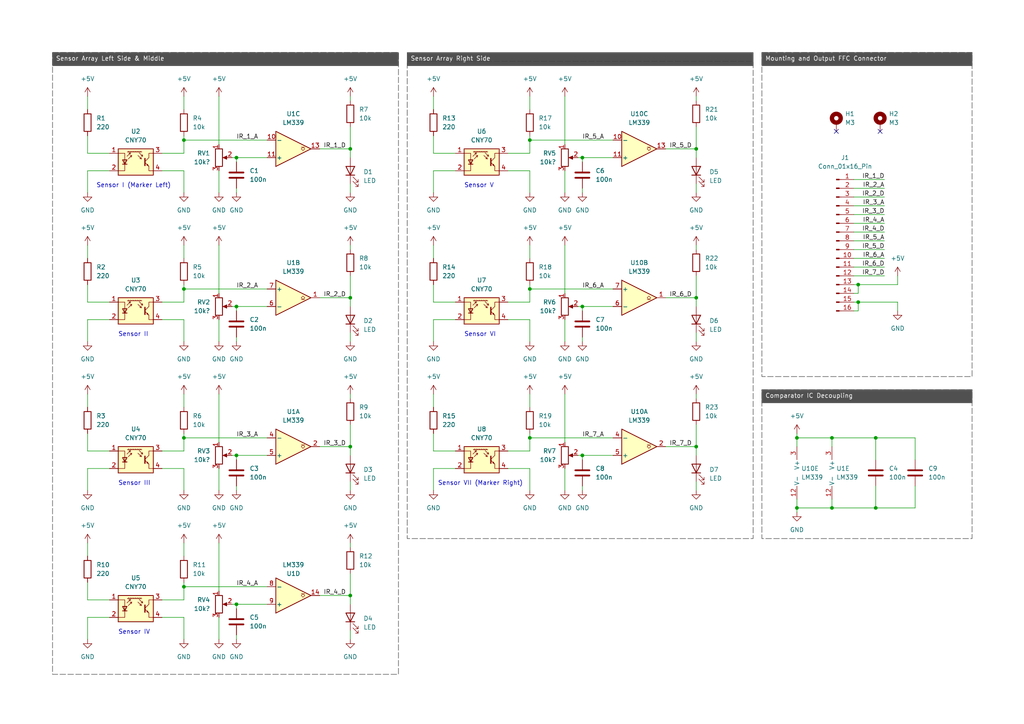
<source format=kicad_sch>
(kicad_sch (version 20230121) (generator eeschema)
  (paper "A4")
  (lib_symbols
    (symbol "Comparator:LM339" (pin_names (offset 0.127))
      (property "Reference" "U" (at 0 5.08 0))
      (property "Value" "LM339" (at 0 -5.08 0))
      (symbol "LM339_1_1"
        (pin open_collector line (at 7.62 0 180) (length 2.54) (name "~") (number "2"))
        (pin input line (at -7.62 -2.54 0) (length 2.54) (name "-") (number "4"))
        (pin input line (at -7.62 2.54 0) (length 2.54) (name "+") (number "5"))
      )
      (symbol "LM339_2_1"
        (pin open_collector line (at 7.62 0 180) (length 2.54) (name "~") (number "1"))
        (pin input line (at -7.62 -2.54 0) (length 2.54) (name "-") (number "6"))
        (pin input line (at -7.62 2.54 0) (length 2.54) (name "+") (number "7"))
      )
      (symbol "LM339_3_1"
        (pin input line (at -7.62 -2.54 0) (length 2.54) (name "-") (number "10"))
        (pin input line (at -7.62 2.54 0) (length 2.54) (name "+") (number "11"))
        (pin open_collector line (at 7.62 0 180) (length 2.54) (name "~") (number "13"))
      )
      (symbol "LM339_4_1"
        (pin open_collector line (at 7.62 0 180) (length 2.54) (name "~") (number "14"))
        (pin input line (at -7.62 -2.54 0) (length 2.54) (name "-") (number "8"))
        (pin input line (at -7.62 2.54 0) (length 2.54) (name "+") (number "9"))
      )
      (symbol "LM339_5_1"
        (pin power_in line (at -2.54 -7.62 90) (length 3.81) (name "V-") (number "12"))
        (pin power_in line (at -2.54 7.62 270) (length 3.81) (name "V+") (number "3"))
      )
    )
    (symbol "Connector:Conn_01x16_Pin" (pin_names (offset 1.016) hide)
      (property "Reference" "J" (at 0 20.32 0))
      (property "Value" "Conn_01x16_Pin" (at 0 -22.86 0))
      (symbol "Conn_01x16_Pin_1_1"
        (pin passive line (at 5.08 17.78 180) (length 3.81) (name "Pin_1") (number "1"))
        (pin passive line (at 5.08 -5.08 180) (length 3.81) (name "Pin_10") (number "10"))
        (pin passive line (at 5.08 -7.62 180) (length 3.81) (name "Pin_11") (number "11"))
        (pin passive line (at 5.08 -10.16 180) (length 3.81) (name "Pin_12") (number "12"))
        (pin passive line (at 5.08 -12.7 180) (length 3.81) (name "Pin_13") (number "13"))
        (pin passive line (at 5.08 -15.24 180) (length 3.81) (name "Pin_14") (number "14"))
        (pin passive line (at 5.08 -17.78 180) (length 3.81) (name "Pin_15") (number "15"))
        (pin passive line (at 5.08 -20.32 180) (length 3.81) (name "Pin_16") (number "16"))
        (pin passive line (at 5.08 15.24 180) (length 3.81) (name "Pin_2") (number "2"))
        (pin passive line (at 5.08 12.7 180) (length 3.81) (name "Pin_3") (number "3"))
        (pin passive line (at 5.08 10.16 180) (length 3.81) (name "Pin_4") (number "4"))
        (pin passive line (at 5.08 7.62 180) (length 3.81) (name "Pin_5") (number "5"))
        (pin passive line (at 5.08 5.08 180) (length 3.81) (name "Pin_6") (number "6"))
        (pin passive line (at 5.08 2.54 180) (length 3.81) (name "Pin_7") (number "7"))
        (pin passive line (at 5.08 0 180) (length 3.81) (name "Pin_8") (number "8"))
        (pin passive line (at 5.08 -2.54 180) (length 3.81) (name "Pin_9") (number "9"))
      )
    )
    (symbol "Device:C" (pin_numbers hide) (pin_names (offset 0.254))
      (property "Reference" "C" (at 0.635 2.54 0))
      (property "Value" "C" (at 0.635 -2.54 0))
      (symbol "C_1_1"
        (pin passive line (at 0 3.81 270) (length 2.794) (name "~") (number "1"))
        (pin passive line (at 0 -3.81 90) (length 2.794) (name "~") (number "2"))
      )
    )
    (symbol "Device:LED" (pin_numbers hide) (pin_names (offset 1.016) hide)
      (property "Reference" "D" (at 0 2.54 0))
      (property "Value" "LED" (at 0 -2.54 0))
      (symbol "LED_1_1"
        (pin passive line (at -3.81 0 0) (length 2.54) (name "K") (number "1"))
        (pin passive line (at 3.81 0 180) (length 2.54) (name "A") (number "2"))
      )
    )
    (symbol "Device:R" (pin_numbers hide) (pin_names (offset 0))
      (property "Reference" "R" (at 2.032 0 90))
      (property "Value" "R" (at 0 0 90))
      (symbol "R_1_1"
        (pin passive line (at 0 3.81 270) (length 1.27) (name "~") (number "1"))
        (pin passive line (at 0 -3.81 90) (length 1.27) (name "~") (number "2"))
      )
    )
    (symbol "Device:R_Potentiometer" (pin_names (offset 1.016) hide)
      (property "Reference" "RV" (at -4.445 0 90))
      (property "Value" "R_Potentiometer" (at -2.54 0 90))
      (symbol "R_Potentiometer_1_1"
        (pin passive line (at 0 3.81 270) (length 1.27) (name "1") (number "1"))
        (pin passive line (at 3.81 0 180) (length 1.27) (name "2") (number "2"))
        (pin passive line (at 0 -3.81 90) (length 1.27) (name "3") (number "3"))
      )
    )
    (symbol "Mechanical:MountingHole_Pad" (pin_numbers hide) (pin_names (offset 1.016) hide)
      (property "Reference" "H" (at 0 6.35 0))
      (property "Value" "MountingHole_Pad" (at 0 4.445 0))
      (symbol "MountingHole_Pad_1_1"
        (pin input line (at 0 -2.54 90) (length 2.54) (name "1") (number "1"))
      )
    )
    (symbol "Sensor_Proximity:CNY70" (pin_names (offset 1.016) hide)
      (property "Reference" "U" (at -5.08 5.08 0))
      (property "Value" "CNY70" (at 5.08 5.08 0))
      (symbol "CNY70_1_1"
        (pin passive line (at -7.62 2.54 0) (length 2.54) (name "A") (number "1"))
        (pin passive line (at -7.62 -2.54 0) (length 2.54) (name "K") (number "2"))
        (pin open_collector line (at 7.62 2.54 180) (length 2.54) (name "C") (number "3"))
        (pin open_emitter line (at 7.62 -2.54 180) (length 2.54) (name "E") (number "4"))
      )
    )
    (symbol "power:+5V" (power) (pin_names (offset 0))
      (property "Value" "+5V" (at 0 3.556 0))
      (symbol "+5V_1_1"
        (pin power_in line (at 0 0 90) (length 0) hide (name "+5V") (number "1"))
      )
    )
    (symbol "power:GND" (power) (pin_names (offset 0))
      (property "Value" "GND" (at 0 -3.81 0))
      (symbol "GND_1_1"
        (pin power_in line (at 0 0 270) (length 0) hide (name "GND") (number "1"))
      )
    )
  )
  (junction (at 53.34 127))
  (junction (at 101.6 172.72))
  (junction (at 201.93 86.36))
  (junction (at 53.34 83.82))
  (junction (at 201.93 43.18))
  (junction (at 68.58 175.26))
  (junction (at 168.91 88.9))
  (junction (at 248.92 87.63))
  (junction (at 101.6 43.18))
  (junction (at 68.58 88.9))
  (junction (at 153.67 40.64))
  (junction (at 241.3 127))
  (junction (at 231.14 147.32))
  (junction (at 101.6 86.36))
  (junction (at 241.3 147.32))
  (junction (at 153.67 83.82))
  (junction (at 53.34 40.64))
  (junction (at 68.58 45.72))
  (junction (at 231.14 127))
  (junction (at 168.91 132.08))
  (junction (at 254 147.32))
  (junction (at 201.93 129.54))
  (junction (at 101.6 129.54))
  (junction (at 168.91 45.72))
  (junction (at 53.34 170.18))
  (junction (at 248.92 82.55))
  (junction (at 254 127))
  (junction (at 68.58 132.08))
  (junction (at 153.67 127))
  (no_connect (at 255.27 38.1))
  (no_connect (at 242.57 38.1))
  (wire (pts (xy 101.6 139.7) (xy 101.6 142.24)))
  (wire (pts (xy 125.73 87.63) (xy 132.08 87.63)))
  (wire (pts (xy 201.93 139.7) (xy 201.93 142.24)))
  (wire (pts (xy 193.04 86.36) (xy 201.93 86.36)))
  (wire (pts (xy 67.31 175.26) (xy 68.58 175.26)))
  (wire (pts (xy 153.67 82.55) (xy 153.67 83.82)))
  (wire (pts (xy 68.58 184.15) (xy 68.58 185.42)))
  (wire (pts (xy 25.4 125.73) (xy 25.4 130.81)))
  (wire (pts (xy 53.34 157.48) (xy 53.34 161.29)))
  (wire (pts (xy 147.32 87.63) (xy 153.67 87.63)))
  (wire (pts (xy 265.43 127) (xy 265.43 133.35)))
  (wire (pts (xy 201.93 86.36) (xy 201.93 88.9)))
  (wire (pts (xy 101.6 86.36) (xy 101.6 88.9)))
  (wire (pts (xy 101.6 43.18) (xy 101.6 45.72)))
  (wire (pts (xy 168.91 97.79) (xy 168.91 99.06)))
  (wire (pts (xy 25.4 71.12) (xy 25.4 74.93)))
  (wire (pts (xy 68.58 45.72) (xy 68.58 46.99)))
  (wire (pts (xy 201.93 36.83) (xy 201.93 43.18)))
  (wire (pts (xy 163.83 27.94) (xy 163.83 41.91)))
  (wire (pts (xy 92.71 172.72) (xy 101.6 172.72)))
  (wire (pts (xy 247.65 67.31) (xy 256.54 67.31)))
  (wire (pts (xy 25.4 92.71) (xy 25.4 99.06)))
  (wire (pts (xy 46.99 130.81) (xy 53.34 130.81)))
  (wire (pts (xy 101.6 27.94) (xy 101.6 29.21)))
  (wire (pts (xy 193.04 129.54) (xy 201.93 129.54)))
  (wire (pts (xy 46.99 179.07) (xy 53.34 179.07)))
  (wire (pts (xy 101.6 96.52) (xy 101.6 99.06)))
  (wire (pts (xy 53.34 82.55) (xy 53.34 83.82)))
  (wire (pts (xy 247.65 62.23) (xy 256.54 62.23)))
  (wire (pts (xy 231.14 147.32) (xy 231.14 148.59)))
  (wire (pts (xy 101.6 123.19) (xy 101.6 129.54)))
  (wire (pts (xy 248.92 87.63) (xy 260.35 87.63)))
  (wire (pts (xy 101.6 182.88) (xy 101.6 185.42)))
  (wire (pts (xy 247.65 87.63) (xy 248.92 87.63)))
  (wire (pts (xy 168.91 54.61) (xy 168.91 55.88)))
  (wire (pts (xy 201.93 71.12) (xy 201.93 72.39)))
  (wire (pts (xy 231.14 144.78) (xy 231.14 147.32)))
  (wire (pts (xy 163.83 49.53) (xy 163.83 55.88)))
  (wire (pts (xy 63.5 157.48) (xy 63.5 171.45)))
  (wire (pts (xy 247.65 54.61) (xy 256.54 54.61)))
  (wire (pts (xy 46.99 87.63) (xy 53.34 87.63)))
  (wire (pts (xy 153.67 127) (xy 177.8 127)))
  (wire (pts (xy 46.99 49.53) (xy 53.34 49.53)))
  (wire (pts (xy 247.65 74.93) (xy 256.54 74.93)))
  (wire (pts (xy 125.73 39.37) (xy 125.73 44.45)))
  (wire (pts (xy 248.92 87.63) (xy 248.92 90.17)))
  (wire (pts (xy 53.34 83.82) (xy 53.34 87.63)))
  (wire (pts (xy 25.4 135.89) (xy 25.4 142.24)))
  (wire (pts (xy 53.34 71.12) (xy 53.34 74.93)))
  (wire (pts (xy 101.6 80.01) (xy 101.6 86.36)))
  (wire (pts (xy 153.67 114.3) (xy 153.67 118.11)))
  (wire (pts (xy 168.91 132.08) (xy 168.91 133.35)))
  (wire (pts (xy 25.4 157.48) (xy 25.4 161.29)))
  (wire (pts (xy 53.34 170.18) (xy 53.34 173.99)))
  (wire (pts (xy 153.67 40.64) (xy 177.8 40.64)))
  (wire (pts (xy 25.4 82.55) (xy 25.4 87.63)))
  (wire (pts (xy 201.93 27.94) (xy 201.93 29.21)))
  (wire (pts (xy 153.67 27.94) (xy 153.67 31.75)))
  (wire (pts (xy 67.31 88.9) (xy 68.58 88.9)))
  (wire (pts (xy 25.4 114.3) (xy 25.4 118.11)))
  (wire (pts (xy 46.99 135.89) (xy 53.34 135.89)))
  (wire (pts (xy 153.67 71.12) (xy 153.67 74.93)))
  (wire (pts (xy 163.83 135.89) (xy 163.83 142.24)))
  (wire (pts (xy 231.14 127) (xy 241.3 127)))
  (wire (pts (xy 53.34 125.73) (xy 53.34 127)))
  (wire (pts (xy 101.6 36.83) (xy 101.6 43.18)))
  (wire (pts (xy 247.65 82.55) (xy 248.92 82.55)))
  (wire (pts (xy 125.73 82.55) (xy 125.73 87.63)))
  (wire (pts (xy 163.83 92.71) (xy 163.83 99.06)))
  (wire (pts (xy 92.71 129.54) (xy 101.6 129.54)))
  (wire (pts (xy 247.65 80.01) (xy 256.54 80.01)))
  (wire (pts (xy 92.71 86.36) (xy 101.6 86.36)))
  (wire (pts (xy 68.58 175.26) (xy 77.47 175.26)))
  (wire (pts (xy 241.3 144.78) (xy 241.3 147.32)))
  (wire (pts (xy 254 140.97) (xy 254 147.32)))
  (wire (pts (xy 63.5 135.89) (xy 63.5 142.24)))
  (wire (pts (xy 241.3 127) (xy 254 127)))
  (wire (pts (xy 46.99 173.99) (xy 53.34 173.99)))
  (wire (pts (xy 46.99 44.45) (xy 53.34 44.45)))
  (wire (pts (xy 101.6 71.12) (xy 101.6 72.39)))
  (wire (pts (xy 201.93 80.01) (xy 201.93 86.36)))
  (wire (pts (xy 147.32 130.81) (xy 153.67 130.81)))
  (wire (pts (xy 68.58 175.26) (xy 68.58 176.53)))
  (wire (pts (xy 92.71 43.18) (xy 101.6 43.18)))
  (wire (pts (xy 201.93 96.52) (xy 201.93 99.06)))
  (wire (pts (xy 53.34 40.64) (xy 53.34 44.45)))
  (wire (pts (xy 68.58 88.9) (xy 68.58 90.17)))
  (wire (pts (xy 168.91 88.9) (xy 177.8 88.9)))
  (wire (pts (xy 53.34 135.89) (xy 53.34 142.24)))
  (wire (pts (xy 153.67 92.71) (xy 153.67 99.06)))
  (wire (pts (xy 153.67 127) (xy 153.67 130.81)))
  (wire (pts (xy 201.93 53.34) (xy 201.93 55.88)))
  (wire (pts (xy 147.32 44.45) (xy 153.67 44.45)))
  (wire (pts (xy 101.6 53.34) (xy 101.6 55.88)))
  (wire (pts (xy 247.65 52.07) (xy 256.54 52.07)))
  (wire (pts (xy 68.58 54.61) (xy 68.58 55.88)))
  (wire (pts (xy 153.67 49.53) (xy 153.67 55.88)))
  (wire (pts (xy 247.65 72.39) (xy 256.54 72.39)))
  (wire (pts (xy 25.4 39.37) (xy 25.4 44.45)))
  (wire (pts (xy 153.67 83.82) (xy 177.8 83.82)))
  (wire (pts (xy 260.35 80.01) (xy 260.35 82.55)))
  (wire (pts (xy 167.64 45.72) (xy 168.91 45.72)))
  (wire (pts (xy 25.4 179.07) (xy 25.4 185.42)))
  (wire (pts (xy 247.65 69.85) (xy 256.54 69.85)))
  (wire (pts (xy 168.91 45.72) (xy 168.91 46.99)))
  (wire (pts (xy 231.14 127) (xy 231.14 129.54)))
  (wire (pts (xy 247.65 90.17) (xy 248.92 90.17)))
  (wire (pts (xy 25.4 27.94) (xy 25.4 31.75)))
  (wire (pts (xy 265.43 140.97) (xy 265.43 147.32)))
  (wire (pts (xy 247.65 77.47) (xy 256.54 77.47)))
  (wire (pts (xy 167.64 88.9) (xy 168.91 88.9)))
  (wire (pts (xy 153.67 135.89) (xy 153.67 142.24)))
  (wire (pts (xy 153.67 40.64) (xy 153.67 44.45)))
  (wire (pts (xy 193.04 43.18) (xy 201.93 43.18)))
  (wire (pts (xy 25.4 179.07) (xy 31.75 179.07)))
  (wire (pts (xy 101.6 129.54) (xy 101.6 132.08)))
  (wire (pts (xy 231.14 147.32) (xy 241.3 147.32)))
  (wire (pts (xy 163.83 114.3) (xy 163.83 128.27)))
  (wire (pts (xy 25.4 168.91) (xy 25.4 173.99)))
  (wire (pts (xy 53.34 40.64) (xy 77.47 40.64)))
  (wire (pts (xy 241.3 147.32) (xy 254 147.32)))
  (wire (pts (xy 46.99 92.71) (xy 53.34 92.71)))
  (wire (pts (xy 63.5 114.3) (xy 63.5 128.27)))
  (wire (pts (xy 168.91 140.97) (xy 168.91 142.24)))
  (wire (pts (xy 68.58 97.79) (xy 68.58 99.06)))
  (wire (pts (xy 153.67 125.73) (xy 153.67 127)))
  (wire (pts (xy 125.73 114.3) (xy 125.73 118.11)))
  (wire (pts (xy 101.6 157.48) (xy 101.6 158.75)))
  (wire (pts (xy 53.34 83.82) (xy 77.47 83.82)))
  (wire (pts (xy 247.65 85.09) (xy 248.92 85.09)))
  (wire (pts (xy 53.34 179.07) (xy 53.34 185.42)))
  (wire (pts (xy 53.34 114.3) (xy 53.34 118.11)))
  (wire (pts (xy 201.93 129.54) (xy 201.93 132.08)))
  (wire (pts (xy 153.67 39.37) (xy 153.67 40.64)))
  (wire (pts (xy 68.58 45.72) (xy 77.47 45.72)))
  (wire (pts (xy 53.34 39.37) (xy 53.34 40.64)))
  (wire (pts (xy 101.6 166.37) (xy 101.6 172.72)))
  (wire (pts (xy 68.58 88.9) (xy 77.47 88.9)))
  (wire (pts (xy 125.73 49.53) (xy 125.73 55.88)))
  (wire (pts (xy 67.31 132.08) (xy 68.58 132.08)))
  (wire (pts (xy 53.34 92.71) (xy 53.34 99.06)))
  (wire (pts (xy 147.32 92.71) (xy 153.67 92.71)))
  (wire (pts (xy 147.32 135.89) (xy 153.67 135.89)))
  (wire (pts (xy 248.92 82.55) (xy 260.35 82.55)))
  (wire (pts (xy 68.58 132.08) (xy 77.47 132.08)))
  (wire (pts (xy 254 127) (xy 265.43 127)))
  (wire (pts (xy 53.34 127) (xy 77.47 127)))
  (wire (pts (xy 68.58 140.97) (xy 68.58 142.24)))
  (wire (pts (xy 25.4 49.53) (xy 25.4 55.88)))
  (wire (pts (xy 125.73 71.12) (xy 125.73 74.93)))
  (wire (pts (xy 260.35 87.63) (xy 260.35 90.17)))
  (wire (pts (xy 201.93 43.18) (xy 201.93 45.72)))
  (wire (pts (xy 25.4 135.89) (xy 31.75 135.89)))
  (wire (pts (xy 247.65 59.69) (xy 256.54 59.69)))
  (wire (pts (xy 25.4 87.63) (xy 31.75 87.63)))
  (wire (pts (xy 168.91 88.9) (xy 168.91 90.17)))
  (wire (pts (xy 125.73 44.45) (xy 132.08 44.45)))
  (wire (pts (xy 63.5 27.94) (xy 63.5 41.91)))
  (wire (pts (xy 163.83 71.12) (xy 163.83 85.09)))
  (wire (pts (xy 231.14 125.73) (xy 231.14 127)))
  (wire (pts (xy 201.93 114.3) (xy 201.93 115.57)))
  (wire (pts (xy 25.4 173.99) (xy 31.75 173.99)))
  (wire (pts (xy 125.73 49.53) (xy 132.08 49.53)))
  (wire (pts (xy 53.34 168.91) (xy 53.34 170.18)))
  (wire (pts (xy 25.4 49.53) (xy 31.75 49.53)))
  (wire (pts (xy 254 147.32) (xy 265.43 147.32)))
  (wire (pts (xy 53.34 170.18) (xy 77.47 170.18)))
  (wire (pts (xy 101.6 114.3) (xy 101.6 115.57)))
  (wire (pts (xy 68.58 132.08) (xy 68.58 133.35)))
  (wire (pts (xy 168.91 45.72) (xy 177.8 45.72)))
  (wire (pts (xy 247.65 64.77) (xy 256.54 64.77)))
  (wire (pts (xy 53.34 49.53) (xy 53.34 55.88)))
  (wire (pts (xy 147.32 49.53) (xy 153.67 49.53)))
  (wire (pts (xy 125.73 130.81) (xy 132.08 130.81)))
  (wire (pts (xy 25.4 44.45) (xy 31.75 44.45)))
  (wire (pts (xy 201.93 123.19) (xy 201.93 129.54)))
  (wire (pts (xy 53.34 127) (xy 53.34 130.81)))
  (wire (pts (xy 153.67 83.82) (xy 153.67 87.63)))
  (wire (pts (xy 53.34 27.94) (xy 53.34 31.75)))
  (wire (pts (xy 241.3 127) (xy 241.3 129.54)))
  (wire (pts (xy 125.73 27.94) (xy 125.73 31.75)))
  (wire (pts (xy 247.65 57.15) (xy 256.54 57.15)))
  (wire (pts (xy 167.64 132.08) (xy 168.91 132.08)))
  (wire (pts (xy 254 127) (xy 254 133.35)))
  (wire (pts (xy 63.5 179.07) (xy 63.5 185.42)))
  (wire (pts (xy 63.5 49.53) (xy 63.5 55.88)))
  (wire (pts (xy 67.31 45.72) (xy 68.58 45.72)))
  (wire (pts (xy 63.5 92.71) (xy 63.5 99.06)))
  (wire (pts (xy 248.92 82.55) (xy 248.92 85.09)))
  (wire (pts (xy 168.91 132.08) (xy 177.8 132.08)))
  (wire (pts (xy 25.4 130.81) (xy 31.75 130.81)))
  (wire (pts (xy 125.73 125.73) (xy 125.73 130.81)))
  (wire (pts (xy 125.73 135.89) (xy 132.08 135.89)))
  (wire (pts (xy 125.73 92.71) (xy 125.73 99.06)))
  (wire (pts (xy 63.5 71.12) (xy 63.5 85.09)))
  (wire (pts (xy 125.73 92.71) (xy 132.08 92.71)))
  (wire (pts (xy 125.73 135.89) (xy 125.73 142.24)))
  (wire (pts (xy 101.6 172.72) (xy 101.6 175.26)))
  (wire (pts (xy 25.4 92.71) (xy 31.75 92.71)))
  (rectangle (start 15.24 15.24) (end 115.57 195.58) (stroke (width 0) (type dash) (color 67 67 67 1)))
  (rectangle (start 220.98 15.24) (end 281.94 109.22) (stroke (width 0) (type dash) (color 67 67 67 1)))
  (rectangle (start 118.11 17.78) (end 218.44 156.21) (stroke (width 0) (type dash) (color 67 67 67 1)))
  (rectangle (start 220.98 113.03) (end 281.94 156.21) (stroke (width 0) (type dash) (color 67 67 67 1)))
  (text_box "Mounting and Output FFC Connector" (at 220.98 15.24 0) (size 60.96 3.81) (stroke (width 0) (color 80 80 80 1)) (fill (type color) (color 80 80 80 1)) (effects (font (size 1.27 1.27)) (justify left top)))
  (text_box "Sensor Array Right Side" (at 118.11 15.24 0) (size 100.33 3.81) (stroke (width 0) (color 80 80 80 1)) (fill (type color) (color 80 80 80 1)) (effects (font (size 1.27 1.27)) (justify left top)))
  (text_box "Sensor Array Left Side & Middle" (at 15.24 15.24 0) (size 100.33 3.81) (stroke (width 0) (color 80 80 80 1)) (fill (type color) (color 80 80 80 1)) (effects (font (size 1.27 1.27)) (justify left top)))
  (text_box "Comparator IC Decoupling" (at 220.98 113.03 0) (size 60.96 3.81) (stroke (width 0) (color 80 80 80 1)) (fill (type color) (color 80 80 80 1)) (effects (font (size 1.27 1.27)) (justify left top)))
  (text "Sensor VI" (at 134.62 97.79 0) (effects (font (size 1.27 1.27)) (justify left bottom)))
  (text "Sensor II" (at 34.29 97.79 0) (effects (font (size 1.27 1.27)) (justify left bottom)))
  (text "Sensor III" (at 34.29 140.97 0) (effects (font (size 1.27 1.27)) (justify left bottom)))
  (text "Sensor V" (at 134.62 54.61 0) (effects (font (size 1.27 1.27)) (justify left bottom)))
  (text "Sensor IV" (at 34.29 184.15 0) (effects (font (size 1.27 1.27)) (justify left bottom)))
  (text "Sensor I (Marker Left)" (at 27.94 54.61 0) (effects (font (size 1.27 1.27)) (justify left bottom)))
  (text "Sensor VII (Marker Right)" (at 127 140.97 0) (effects (font (size 1.27 1.27)) (justify left bottom)))
  (label "IR_4_D" (at 100.33 172.72 180))
  (label "IR_2_D" (at 100.33 86.36 180))
  (label "IR_4_D" (at 256.54 67.31 180))
  (label "IR_2_A" (at 256.54 54.61 180))
  (label "IR_1_D" (at 256.54 52.07 180))
  (label "IR_6_A" (at 168.91 83.82 0))
  (label "IR_7_A" (at 168.91 127 0))
  (label "IR_4_A" (at 68.58 170.18 0))
  (label "IR_2_A" (at 68.58 83.82 0))
  (label "IR_4_A" (at 256.54 64.77 180))
  (label "IR_6_D" (at 256.54 77.47 180))
  (label "IR_2_D" (at 256.54 57.15 180))
  (label "IR_6_D" (at 200.66 86.36 180))
  (label "IR_7_D" (at 200.66 129.54 180))
  (label "IR_3_D" (at 100.33 129.54 180))
  (label "IR_5_A" (at 256.54 69.85 180))
  (label "IR_6_A" (at 256.54 74.93 180))
  (label "IR_3_D" (at 256.54 62.23 180))
  (label "IR_5_A" (at 168.91 40.64 0))
  (label "IR_7_D" (at 256.54 80.01 180))
  (label "IR_3_A" (at 256.54 59.69 180))
  (label "IR_5_D" (at 256.54 72.39 180))
  (label "IR_3_A" (at 68.58 127 0))
  (label "IR_1_D" (at 100.33 43.18 180))
  (label "IR_1_A" (at 68.58 40.64 0))
  (label "IR_5_D" (at 200.66 43.18 180))
  (symbol (lib_id "power:GND") (at 125.73 142.24 0) (unit 1)
    (property "Reference" "#PWR044" (effects hide))
    (property "Value" "GND" (at 125.73 147.32 0))
  )
  (symbol (lib_id "power:+5V") (at 25.4 157.48 0) (unit 1)
    (property "Reference" "#PWR030" (effects hide))
    (property "Value" "+5V" (at 25.4 152.4 0))
  )
  (symbol (lib_id "power:+5V") (at 101.6 27.94 0) (unit 1)
    (property "Reference" "#PWR022" (effects hide))
    (property "Value" "+5V" (at 101.6 22.86 0))
  )
  (symbol (lib_id "Device:R") (at 25.4 35.56 0) (mirror y) (unit 1)
    (property "Reference" "R1" (at 27.94 34.29 0) (effects (justify right)))
    (property "Value" "220" (at 27.94 36.83 0) (effects (justify right)))
    (property "Footprint" "Resistor_SMD:R_0402_1005Metric" (effects hide))
  )
  (symbol (lib_id "power:GND") (at 63.5 99.06 0) (unit 1)
    (property "Reference" "#PWR016" (effects hide))
    (property "Value" "GND" (at 63.5 104.14 0))
  )
  (symbol (lib_id "power:GND") (at 231.14 148.59 0) (unit 1)
    (property "Reference" "#PWR029" (effects hide))
    (property "Value" "GND" (at 231.14 153.67 0))
  )
  (symbol (lib_id "power:+5V") (at 201.93 71.12 0) (unit 1)
    (property "Reference" "#PWR069" (effects hide))
    (property "Value" "+5V" (at 201.93 66.04 0))
  )
  (symbol (lib_id "power:+5V") (at 125.73 71.12 0) (unit 1)
    (property "Reference" "#PWR041" (effects hide))
    (property "Value" "+5V" (at 125.73 66.04 0))
  )
  (symbol (lib_id "power:GND") (at 25.4 99.06 0) (unit 1)
    (property "Reference" "#PWR04" (effects hide))
    (property "Value" "GND" (at 25.4 104.14 0))
  )
  (symbol (lib_id "Comparator:LM339") (at 243.84 137.16 0) (unit 5)
    (property "Reference" "U1" (at 242.57 135.89 0) (effects (justify left)))
    (property "Value" "LM339" (at 242.57 138.43 0) (effects (justify left)))
    (property "Footprint" "Package_SO:SO-14_3.9x8.65mm_P1.27mm" (effects hide))
    (property "Datasheet" "https://www.st.com/resource/en/datasheet/lm139.pdf" (effects hide))
  )
  (symbol (lib_id "Device:LED") (at 101.6 49.53 90) (unit 1)
    (property "Reference" "D1" (at 105.41 49.8475 90) (effects (justify right)))
    (property "Value" "LED" (at 105.41 52.3875 90) (effects (justify right)))
    (property "Footprint" "Diode_SMD:D_0603_1608Metric" (effects hide))
  )
  (symbol (lib_id "power:+5V") (at 260.35 80.01 0) (unit 1)
    (property "Reference" "#PWR046" (effects hide))
    (property "Value" "+5V" (at 260.35 74.93 0))
  )
  (symbol (lib_id "power:+5V") (at 53.34 114.3 0) (unit 1)
    (property "Reference" "#PWR011" (effects hide))
    (property "Value" "+5V" (at 53.34 109.22 0))
  )
  (symbol (lib_id "Device:R") (at 153.67 121.92 0) (mirror y) (unit 1)
    (property "Reference" "R19" (at 156.21 120.65 0) (effects (justify right)))
    (property "Value" "10k" (at 156.21 123.19 0) (effects (justify right)))
    (property "Footprint" "Resistor_SMD:R_0402_1005Metric" (effects hide))
  )
  (symbol (lib_id "power:GND") (at 201.93 55.88 0) (unit 1)
    (property "Reference" "#PWR068" (effects hide))
    (property "Value" "GND" (at 201.93 60.96 0))
  )
  (symbol (lib_id "power:GND") (at 68.58 99.06 0) (unit 1)
    (property "Reference" "#PWR020" (effects hide))
    (property "Value" "GND" (at 68.58 104.14 0))
  )
  (symbol (lib_id "Device:R_Potentiometer") (at 63.5 132.08 0) (unit 1)
    (property "Reference" "RV3" (at 60.96 130.81 0) (effects (justify right)))
    (property "Value" "10k?" (at 60.96 133.35 0) (effects (justify right)))
    (property "Footprint" "ImportedLibrary:3362P1222LF" (effects hide))
  )
  (symbol (lib_id "power:+5V") (at 101.6 157.48 0) (unit 1)
    (property "Reference" "#PWR037" (effects hide))
    (property "Value" "+5V" (at 101.6 152.4 0))
  )
  (symbol (lib_id "Device:R") (at 101.6 76.2 0) (mirror y) (unit 1)
    (property "Reference" "R8" (at 104.14 74.93 0) (effects (justify right)))
    (property "Value" "10k" (at 104.14 77.47 0) (effects (justify right)))
    (property "Footprint" "Resistor_SMD:R_0402_1005Metric" (effects hide))
  )
  (symbol (lib_id "Device:R") (at 153.67 35.56 0) (mirror y) (unit 1)
    (property "Reference" "R17" (at 156.21 34.29 0) (effects (justify right)))
    (property "Value" "10k" (at 156.21 36.83 0) (effects (justify right)))
    (property "Footprint" "Resistor_SMD:R_0402_1005Metric" (effects hide))
  )
  (symbol (lib_id "power:GND") (at 25.4 55.88 0) (unit 1)
    (property "Reference" "#PWR02" (effects hide))
    (property "Value" "GND" (at 25.4 60.96 0))
  )
  (symbol (lib_id "power:+5V") (at 231.14 125.73 0) (unit 1)
    (property "Reference" "#PWR028" (effects hide))
    (property "Value" "+5V" (at 231.14 120.65 0))
  )
  (symbol (lib_id "Device:R_Potentiometer") (at 163.83 45.72 0) (unit 1)
    (property "Reference" "RV5" (at 161.29 44.45 0) (effects (justify right)))
    (property "Value" "10k?" (at 161.29 46.99 0) (effects (justify right)))
    (property "Footprint" "ImportedLibrary:3362P1222LF" (effects hide))
  )
  (symbol (lib_id "power:GND") (at 63.5 185.42 0) (unit 1)
    (property "Reference" "#PWR035" (effects hide))
    (property "Value" "GND" (at 63.5 190.5 0))
  )
  (symbol (lib_id "Device:R_Potentiometer") (at 163.83 132.08 0) (unit 1)
    (property "Reference" "RV7" (at 161.29 130.81 0) (effects (justify right)))
    (property "Value" "10k?" (at 161.29 133.35 0) (effects (justify right)))
    (property "Footprint" "ImportedLibrary:3362P1222LF" (effects hide))
  )
  (symbol (lib_id "Device:C") (at 68.58 137.16 0) (unit 1)
    (property "Reference" "C3" (at 72.39 135.89 0) (effects (justify left)))
    (property "Value" "100n" (at 72.39 138.43 0) (effects (justify left)))
    (property "Footprint" "Capacitor_SMD:C_0402_1005Metric" (effects hide))
  )
  (symbol (lib_id "power:GND") (at 63.5 142.24 0) (unit 1)
    (property "Reference" "#PWR018" (effects hide))
    (property "Value" "GND" (at 63.5 147.32 0))
  )
  (symbol (lib_id "Device:LED") (at 101.6 135.89 90) (unit 1)
    (property "Reference" "D3" (at 105.41 136.2075 90) (effects (justify right)))
    (property "Value" "LED" (at 105.41 138.7475 90) (effects (justify right)))
    (property "Footprint" "Diode_SMD:D_0603_1608Metric" (effects hide))
  )
  (symbol (lib_id "power:GND") (at 25.4 142.24 0) (unit 1)
    (property "Reference" "#PWR06" (effects hide))
    (property "Value" "GND" (at 25.4 147.32 0))
  )
  (symbol (lib_id "Device:C") (at 68.58 50.8 0) (unit 1)
    (property "Reference" "C1" (at 72.39 49.53 0) (effects (justify left)))
    (property "Value" "100n" (at 72.39 52.07 0) (effects (justify left)))
    (property "Footprint" "Capacitor_SMD:C_0402_1005Metric" (effects hide))
  )
  (symbol (lib_id "power:+5V") (at 201.93 114.3 0) (unit 1)
    (property "Reference" "#PWR071" (effects hide))
    (property "Value" "+5V" (at 201.93 109.22 0))
  )
  (symbol (lib_id "Sensor_Proximity:CNY70") (at 139.7 90.17 0) (unit 1)
    (property "Reference" "U7" (at 139.7 81.28 0))
    (property "Value" "CNY70" (at 139.7 83.82 0))
    (property "Footprint" "OptoDevice:Vishay_CNY70" (effects hide))
    (property "Datasheet" "https://www.vishay.com/docs/83751/cny70.pdf" (effects hide))
  )
  (symbol (lib_id "power:+5V") (at 201.93 27.94 0) (unit 1)
    (property "Reference" "#PWR067" (effects hide))
    (property "Value" "+5V" (at 201.93 22.86 0))
  )
  (symbol (lib_id "power:+5V") (at 53.34 71.12 0) (unit 1)
    (property "Reference" "#PWR09" (effects hide))
    (property "Value" "+5V" (at 53.34 66.04 0))
  )
  (symbol (lib_id "power:GND") (at 260.35 90.17 0) (unit 1)
    (property "Reference" "#PWR045" (effects hide))
    (property "Value" "GND" (at 260.35 95.25 0))
  )
  (symbol (lib_id "power:+5V") (at 101.6 114.3 0) (unit 1)
    (property "Reference" "#PWR026" (effects hide))
    (property "Value" "+5V" (at 101.6 109.22 0))
  )
  (symbol (lib_id "power:+5V") (at 63.5 71.12 0) (unit 1)
    (property "Reference" "#PWR015" (effects hide))
    (property "Value" "+5V" (at 63.5 66.04 0))
  )
  (symbol (lib_id "power:GND") (at 168.91 142.24 0) (unit 1)
    (property "Reference" "#PWR065" (effects hide))
    (property "Value" "GND" (at 168.91 147.32 0))
  )
  (symbol (lib_id "Sensor_Proximity:CNY70") (at 139.7 133.35 0) (unit 1)
    (property "Reference" "U8" (at 139.7 124.46 0))
    (property "Value" "CNY70" (at 139.7 127 0))
    (property "Footprint" "OptoDevice:Vishay_CNY70" (effects hide))
    (property "Datasheet" "https://www.vishay.com/docs/83751/cny70.pdf" (effects hide))
  )
  (symbol (lib_id "Sensor_Proximity:CNY70") (at 39.37 90.17 0) (unit 1)
    (property "Reference" "U3" (at 39.37 81.28 0))
    (property "Value" "CNY70" (at 39.37 83.82 0))
    (property "Footprint" "OptoDevice:Vishay_CNY70" (effects hide))
    (property "Datasheet" "https://www.vishay.com/docs/83751/cny70.pdf" (effects hide))
  )
  (symbol (lib_id "power:GND") (at 101.6 142.24 0) (unit 1)
    (property "Reference" "#PWR027" (effects hide))
    (property "Value" "GND" (at 101.6 147.32 0))
  )
  (symbol (lib_id "power:+5V") (at 25.4 71.12 0) (unit 1)
    (property "Reference" "#PWR03" (effects hide))
    (property "Value" "+5V" (at 25.4 66.04 0))
  )
  (symbol (lib_id "Device:R") (at 101.6 119.38 0) (mirror y) (unit 1)
    (property "Reference" "R9" (at 104.14 118.11 0) (effects (justify right)))
    (property "Value" "10k" (at 104.14 120.65 0) (effects (justify right)))
    (property "Footprint" "Resistor_SMD:R_0402_1005Metric" (effects hide))
  )
  (symbol (lib_id "Sensor_Proximity:CNY70") (at 39.37 133.35 0) (unit 1)
    (property "Reference" "U4" (at 39.37 124.46 0))
    (property "Value" "CNY70" (at 39.37 127 0))
    (property "Footprint" "OptoDevice:Vishay_CNY70" (effects hide))
    (property "Datasheet" "https://www.vishay.com/docs/83751/cny70.pdf" (effects hide))
  )
  (symbol (lib_id "power:GND") (at 168.91 99.06 0) (unit 1)
    (property "Reference" "#PWR064" (effects hide))
    (property "Value" "GND" (at 168.91 104.14 0))
  )
  (symbol (lib_id "power:GND") (at 201.93 142.24 0) (unit 1)
    (property "Reference" "#PWR072" (effects hide))
    (property "Value" "GND" (at 201.93 147.32 0))
  )
  (symbol (lib_id "power:GND") (at 163.83 142.24 0) (unit 1)
    (property "Reference" "#PWR060" (effects hide))
    (property "Value" "GND" (at 163.83 147.32 0))
  )
  (symbol (lib_id "Comparator:LM339") (at 85.09 172.72 0) (mirror x) (unit 4)
    (property "Reference" "U1" (at 85.09 166.37 0))
    (property "Value" "LM339" (at 85.09 163.83 0))
    (property "Footprint" "Package_SO:SO-14_3.9x8.65mm_P1.27mm" (effects hide))
    (property "Datasheet" "https://www.st.com/resource/en/datasheet/lm139.pdf" (effects hide))
  )
  (symbol (lib_id "power:GND") (at 168.91 55.88 0) (unit 1)
    (property "Reference" "#PWR063" (effects hide))
    (property "Value" "GND" (at 168.91 60.96 0))
  )
  (symbol (lib_id "Device:R_Potentiometer") (at 63.5 175.26 0) (unit 1)
    (property "Reference" "RV4" (at 60.96 173.99 0) (effects (justify right)))
    (property "Value" "10k?" (at 60.96 176.53 0) (effects (justify right)))
    (property "Footprint" "ImportedLibrary:3362P1222LF" (effects hide))
  )
  (symbol (lib_id "power:GND") (at 53.34 99.06 0) (unit 1)
    (property "Reference" "#PWR010" (effects hide))
    (property "Value" "GND" (at 53.34 104.14 0))
  )
  (symbol (lib_id "Sensor_Proximity:CNY70") (at 139.7 46.99 0) (unit 1)
    (property "Reference" "U6" (at 139.7 38.1 0))
    (property "Value" "CNY70" (at 139.7 40.64 0))
    (property "Footprint" "OptoDevice:Vishay_CNY70" (effects hide))
    (property "Datasheet" "https://www.vishay.com/docs/83751/cny70.pdf" (effects hide))
  )
  (symbol (lib_id "power:+5V") (at 153.67 71.12 0) (unit 1)
    (property "Reference" "#PWR049" (effects hide))
    (property "Value" "+5V" (at 153.67 66.04 0))
  )
  (symbol (lib_id "Device:R") (at 153.67 78.74 0) (mirror y) (unit 1)
    (property "Reference" "R18" (at 156.21 77.47 0) (effects (justify right)))
    (property "Value" "10k" (at 156.21 80.01 0) (effects (justify right)))
    (property "Footprint" "Resistor_SMD:R_0402_1005Metric" (effects hide))
  )
  (symbol (lib_id "Device:LED") (at 201.93 135.89 90) (unit 1)
    (property "Reference" "D7" (at 205.74 136.2075 90) (effects (justify right)))
    (property "Value" "LED" (at 205.74 138.7475 90) (effects (justify right)))
    (property "Footprint" "Diode_SMD:D_0603_1608Metric" (effects hide))
  )
  (symbol (lib_id "power:+5V") (at 63.5 157.48 0) (unit 1)
    (property "Reference" "#PWR034" (effects hide))
    (property "Value" "+5V" (at 63.5 152.4 0))
  )
  (symbol (lib_id "Comparator:LM339") (at 185.42 129.54 0) (mirror x) (unit 1)
    (property "Reference" "U10" (at 185.42 119.38 0))
    (property "Value" "LM339" (at 185.42 121.92 0))
    (property "Footprint" "Package_SO:SO-14_3.9x8.65mm_P1.27mm" (effects hide))
    (property "Datasheet" "https://www.st.com/resource/en/datasheet/lm139.pdf" (effects hide))
  )
  (symbol (lib_id "Comparator:LM339") (at 233.68 137.16 0) (unit 5)
    (property "Reference" "U10" (at 232.41 135.89 0) (effects (justify left)))
    (property "Value" "LM339" (at 232.41 138.43 0) (effects (justify left)))
    (property "Footprint" "Package_SO:SO-14_3.9x8.65mm_P1.27mm" (effects hide))
    (property "Datasheet" "https://www.st.com/resource/en/datasheet/lm139.pdf" (effects hide))
  )
  (symbol (lib_id "power:GND") (at 125.73 99.06 0) (unit 1)
    (property "Reference" "#PWR042" (effects hide))
    (property "Value" "GND" (at 125.73 104.14 0))
  )
  (symbol (lib_id "power:+5V") (at 153.67 114.3 0) (unit 1)
    (property "Reference" "#PWR051" (effects hide))
    (property "Value" "+5V" (at 153.67 109.22 0))
  )
  (symbol (lib_id "power:GND") (at 101.6 185.42 0) (unit 1)
    (property "Reference" "#PWR038" (effects hide))
    (property "Value" "GND" (at 101.6 190.5 0))
  )
  (symbol (lib_id "Device:R") (at 25.4 165.1 0) (mirror y) (unit 1)
    (property "Reference" "R10" (at 27.94 163.83 0) (effects (justify right)))
    (property "Value" "220" (at 27.94 166.37 0) (effects (justify right)))
    (property "Footprint" "Resistor_SMD:R_0402_1005Metric" (effects hide))
  )
  (symbol (lib_id "Device:C") (at 254 137.16 0) (unit 1)
    (property "Reference" "C4" (at 257.81 135.89 0) (effects (justify left)))
    (property "Value" "100n" (at 257.81 138.43 0) (effects (justify left)))
    (property "Footprint" "Capacitor_SMD:C_0402_1005Metric" (effects hide))
  )
  (symbol (lib_id "power:+5V") (at 63.5 114.3 0) (unit 1)
    (property "Reference" "#PWR017" (effects hide))
    (property "Value" "+5V" (at 63.5 109.22 0))
  )
  (symbol (lib_id "power:+5V") (at 101.6 71.12 0) (unit 1)
    (property "Reference" "#PWR024" (effects hide))
    (property "Value" "+5V" (at 101.6 66.04 0))
  )
  (symbol (lib_id "Device:R") (at 53.34 35.56 0) (mirror y) (unit 1)
    (property "Reference" "R4" (at 55.88 34.29 0) (effects (justify right)))
    (property "Value" "10k" (at 55.88 36.83 0) (effects (justify right)))
    (property "Footprint" "Resistor_SMD:R_0402_1005Metric" (effects hide))
  )
  (symbol (lib_id "Comparator:LM339") (at 185.42 43.18 0) (mirror x) (unit 3)
    (property "Reference" "U10" (at 185.42 33.02 0))
    (property "Value" "LM339" (at 185.42 35.56 0))
    (property "Footprint" "Package_SO:SO-14_3.9x8.65mm_P1.27mm" (effects hide))
    (property "Datasheet" "https://www.st.com/resource/en/datasheet/lm139.pdf" (effects hide))
  )
  (symbol (lib_id "power:+5V") (at 53.34 157.48 0) (unit 1)
    (property "Reference" "#PWR032" (effects hide))
    (property "Value" "+5V" (at 53.34 152.4 0))
  )
  (symbol (lib_id "Device:C") (at 168.91 93.98 0) (unit 1)
    (property "Reference" "C7" (at 172.72 92.71 0) (effects (justify left)))
    (property "Value" "100n" (at 172.72 95.25 0) (effects (justify left)))
    (property "Footprint" "Capacitor_SMD:C_0402_1005Metric" (effects hide))
  )
  (symbol (lib_id "power:GND") (at 63.5 55.88 0) (unit 1)
    (property "Reference" "#PWR014" (effects hide))
    (property "Value" "GND" (at 63.5 60.96 0))
  )
  (symbol (lib_id "Device:R") (at 201.93 119.38 0) (mirror y) (unit 1)
    (property "Reference" "R23" (at 204.47 118.11 0) (effects (justify right)))
    (property "Value" "10k" (at 204.47 120.65 0) (effects (justify right)))
    (property "Footprint" "Resistor_SMD:R_0402_1005Metric" (effects hide))
  )
  (symbol (lib_id "Device:R_Potentiometer") (at 63.5 45.72 0) (unit 1)
    (property "Reference" "RV1" (at 60.96 44.45 0) (effects (justify right)))
    (property "Value" "10k?" (at 60.96 46.99 0) (effects (justify right)))
    (property "Footprint" "ImportedLibrary:3362P1222LF" (effects hide))
  )
  (symbol (lib_id "power:+5V") (at 163.83 114.3 0) (unit 1)
    (property "Reference" "#PWR059" (effects hide))
    (property "Value" "+5V" (at 163.83 109.22 0))
  )
  (symbol (lib_id "power:+5V") (at 163.83 71.12 0) (unit 1)
    (property "Reference" "#PWR057" (effects hide))
    (property "Value" "+5V" (at 163.83 66.04 0))
  )
  (symbol (lib_id "power:+5V") (at 25.4 114.3 0) (unit 1)
    (property "Reference" "#PWR05" (effects hide))
    (property "Value" "+5V" (at 25.4 109.22 0))
  )
  (symbol (lib_id "Device:R_Potentiometer") (at 163.83 88.9 0) (unit 1)
    (property "Reference" "RV6" (at 161.29 87.63 0) (effects (justify right)))
    (property "Value" "10k?" (at 161.29 90.17 0) (effects (justify right)))
    (property "Footprint" "ImportedLibrary:3362P1222LF" (effects hide))
  )
  (symbol (lib_id "power:GND") (at 153.67 99.06 0) (unit 1)
    (property "Reference" "#PWR050" (effects hide))
    (property "Value" "GND" (at 153.67 104.14 0))
  )
  (symbol (lib_id "power:GND") (at 53.34 142.24 0) (unit 1)
    (property "Reference" "#PWR012" (effects hide))
    (property "Value" "GND" (at 53.34 147.32 0))
  )
  (symbol (lib_id "Device:R_Potentiometer") (at 63.5 88.9 0) (unit 1)
    (property "Reference" "RV2" (at 60.96 87.63 0) (effects (justify right)))
    (property "Value" "10k?" (at 60.96 90.17 0) (effects (justify right)))
    (property "Footprint" "ImportedLibrary:3362P1222LF" (effects hide))
  )
  (symbol (lib_id "Device:R") (at 201.93 76.2 0) (mirror y) (unit 1)
    (property "Reference" "R22" (at 204.47 74.93 0) (effects (justify right)))
    (property "Value" "10k" (at 204.47 77.47 0) (effects (justify right)))
    (property "Footprint" "Resistor_SMD:R_0402_1005Metric" (effects hide))
  )
  (symbol (lib_id "power:+5V") (at 125.73 114.3 0) (unit 1)
    (property "Reference" "#PWR043" (effects hide))
    (property "Value" "+5V" (at 125.73 109.22 0))
  )
  (symbol (lib_id "Device:R") (at 53.34 121.92 0) (mirror y) (unit 1)
    (property "Reference" "R6" (at 55.88 120.65 0) (effects (justify right)))
    (property "Value" "10k" (at 55.88 123.19 0) (effects (justify right)))
    (property "Footprint" "Resistor_SMD:R_0402_1005Metric" (effects hide))
  )
  (symbol (lib_id "power:+5V") (at 125.73 27.94 0) (unit 1)
    (property "Reference" "#PWR039" (effects hide))
    (property "Value" "+5V" (at 125.73 22.86 0))
  )
  (symbol (lib_id "Device:C") (at 265.43 137.16 0) (unit 1)
    (property "Reference" "C9" (at 269.24 135.89 0) (effects (justify left)))
    (property "Value" "100n" (at 269.24 138.43 0) (effects (justify left)))
    (property "Footprint" "Capacitor_SMD:C_0402_1005Metric" (effects hide))
  )
  (symbol (lib_id "Device:R") (at 25.4 78.74 0) (mirror y) (unit 1)
    (property "Reference" "R2" (at 27.94 77.47 0) (effects (justify right)))
    (property "Value" "220" (at 27.94 80.01 0) (effects (justify right)))
    (property "Footprint" "Resistor_SMD:R_0402_1005Metric" (effects hide))
  )
  (symbol (lib_id "Comparator:LM339") (at 85.09 129.54 0) (mirror x) (unit 1)
    (property "Reference" "U1" (at 85.09 119.38 0))
    (property "Value" "LM339" (at 85.09 121.92 0))
    (property "Footprint" "Package_SO:SO-14_3.9x8.65mm_P1.27mm" (effects hide))
    (property "Datasheet" "https://www.st.com/resource/en/datasheet/lm139.pdf" (effects hide))
  )
  (symbol (lib_id "Device:C") (at 168.91 50.8 0) (unit 1)
    (property "Reference" "C6" (at 172.72 49.53 0) (effects (justify left)))
    (property "Value" "100n" (at 172.72 52.07 0) (effects (justify left)))
    (property "Footprint" "Capacitor_SMD:C_0402_1005Metric" (effects hide))
  )
  (symbol (lib_id "Device:R") (at 53.34 78.74 0) (mirror y) (unit 1)
    (property "Reference" "R5" (at 55.88 77.47 0) (effects (justify right)))
    (property "Value" "10k" (at 55.88 80.01 0) (effects (justify right)))
    (property "Footprint" "Resistor_SMD:R_0402_1005Metric" (effects hide))
  )
  (symbol (lib_id "Device:LED") (at 201.93 49.53 90) (unit 1)
    (property "Reference" "D5" (at 205.74 49.8475 90) (effects (justify right)))
    (property "Value" "LED" (at 205.74 52.3875 90) (effects (justify right)))
    (property "Footprint" "Diode_SMD:D_0603_1608Metric" (effects hide))
  )
  (symbol (lib_id "power:+5V") (at 63.5 27.94 0) (unit 1)
    (property "Reference" "#PWR013" (effects hide))
    (property "Value" "+5V" (at 63.5 22.86 0))
  )
  (symbol (lib_id "Sensor_Proximity:CNY70") (at 39.37 46.99 0) (unit 1)
    (property "Reference" "U2" (at 39.37 38.1 0))
    (property "Value" "CNY70" (at 39.37 40.64 0))
    (property "Footprint" "OptoDevice:Vishay_CNY70" (effects hide))
    (property "Datasheet" "https://www.vishay.com/docs/83751/cny70.pdf" (effects hide))
  )
  (symbol (lib_id "power:GND") (at 53.34 55.88 0) (unit 1)
    (property "Reference" "#PWR08" (effects hide))
    (property "Value" "GND" (at 53.34 60.96 0))
  )
  (symbol (lib_id "Device:C") (at 68.58 93.98 0) (unit 1)
    (property "Reference" "C2" (at 72.39 92.71 0) (effects (justify left)))
    (property "Value" "100n" (at 72.39 95.25 0) (effects (justify left)))
    (property "Footprint" "Capacitor_SMD:C_0402_1005Metric" (effects hide))
  )
  (symbol (lib_id "power:GND") (at 153.67 142.24 0) (unit 1)
    (property "Reference" "#PWR052" (effects hide))
    (property "Value" "GND" (at 153.67 147.32 0))
  )
  (symbol (lib_id "power:+5V") (at 153.67 27.94 0) (unit 1)
    (property "Reference" "#PWR047" (effects hide))
    (property "Value" "+5V" (at 153.67 22.86 0))
  )
  (symbol (lib_id "power:GND") (at 53.34 185.42 0) (unit 1)
    (property "Reference" "#PWR033" (effects hide))
    (property "Value" "GND" (at 53.34 190.5 0))
  )
  (symbol (lib_id "Device:LED") (at 201.93 92.71 90) (unit 1)
    (property "Reference" "D6" (at 205.74 93.0275 90) (effects (justify right)))
    (property "Value" "LED" (at 205.74 95.5675 90) (effects (justify right)))
    (property "Footprint" "Diode_SMD:D_0603_1608Metric" (effects hide))
  )
  (symbol (lib_id "Comparator:LM339") (at 185.42 86.36 0) (unit 2)
    (property "Reference" "U10" (at 185.42 76.2 0))
    (property "Value" "LM339" (at 185.42 78.74 0))
    (property "Footprint" "Package_SO:SO-14_3.9x8.65mm_P1.27mm" (effects hide))
    (property "Datasheet" "https://www.st.com/resource/en/datasheet/lm139.pdf" (effects hide))
  )
  (symbol (lib_id "Mechanical:MountingHole_Pad") (at 255.27 35.56 0) (unit 1)
    (property "Reference" "H2" (at 257.81 33.02 0) (effects (justify left)))
    (property "Value" "M3" (at 257.81 35.56 0) (effects (justify left)))
    (property "Footprint" "ImportedLibrary:MountingHole_Soldernut_M3" (effects hide))
  )
  (symbol (lib_id "Device:R") (at 101.6 162.56 0) (mirror y) (unit 1)
    (property "Reference" "R12" (at 104.14 161.29 0) (effects (justify right)))
    (property "Value" "10k" (at 104.14 163.83 0) (effects (justify right)))
    (property "Footprint" "Resistor_SMD:R_0402_1005Metric" (effects hide))
  )
  (symbol (lib_id "power:+5V") (at 163.83 27.94 0) (unit 1)
    (property "Reference" "#PWR055" (effects hide))
    (property "Value" "+5V" (at 163.83 22.86 0))
  )
  (symbol (lib_id "power:GND") (at 101.6 55.88 0) (unit 1)
    (property "Reference" "#PWR023" (effects hide))
    (property "Value" "GND" (at 101.6 60.96 0))
  )
  (symbol (lib_id "Comparator:LM339") (at 85.09 86.36 0) (unit 2)
    (property "Reference" "U1" (at 85.09 76.2 0))
    (property "Value" "LM339" (at 85.09 78.74 0))
    (property "Footprint" "Package_SO:SO-14_3.9x8.65mm_P1.27mm" (effects hide))
    (property "Datasheet" "https://www.st.com/resource/en/datasheet/lm139.pdf" (effects hide))
  )
  (symbol (lib_id "power:+5V") (at 53.34 27.94 0) (unit 1)
    (property "Reference" "#PWR07" (effects hide))
    (property "Value" "+5V" (at 53.34 22.86 0))
  )
  (symbol (lib_id "Device:LED") (at 101.6 179.07 90) (unit 1)
    (property "Reference" "D4" (at 105.41 179.3875 90) (effects (justify right)))
    (property "Value" "LED" (at 105.41 181.9275 90) (effects (justify right)))
    (property "Footprint" "Diode_SMD:D_0603_1608Metric" (effects hide))
  )
  (symbol (lib_id "Device:R") (at 125.73 35.56 0) (mirror y) (unit 1)
    (property "Reference" "R13" (at 128.27 34.29 0) (effects (justify right)))
    (property "Value" "220" (at 128.27 36.83 0) (effects (justify right)))
    (property "Footprint" "Resistor_SMD:R_0402_1005Metric" (effects hide))
  )
  (symbol (lib_id "power:GND") (at 163.83 99.06 0) (unit 1)
    (property "Reference" "#PWR058" (effects hide))
    (property "Value" "GND" (at 163.83 104.14 0))
  )
  (symbol (lib_id "Connector:Conn_01x16_Pin") (at 242.57 69.85 0) (unit 1)
    (property "Reference" "J1" (at 245.11 45.72 0))
    (property "Value" "Conn_01x16_Pin" (at 245.11 48.26 0))
    (property "Footprint" "Connector_FFC-FPC:Hirose_FH12-16S-0.5SH_1x16-1MP_P0.50mm_Horizontal" (effects hide))
  )
  (symbol (lib_id "power:GND") (at 163.83 55.88 0) (unit 1)
    (property "Reference" "#PWR056" (effects hide))
    (property "Value" "GND" (at 163.83 60.96 0))
  )
  (symbol (lib_id "power:GND") (at 68.58 185.42 0) (unit 1)
    (property "Reference" "#PWR036" (effects hide))
    (property "Value" "GND" (at 68.58 190.5 0))
  )
  (symbol (lib_id "Sensor_Proximity:CNY70") (at 39.37 176.53 0) (unit 1)
    (property "Reference" "U5" (at 39.37 167.64 0))
    (property "Value" "CNY70" (at 39.37 170.18 0))
    (property "Footprint" "OptoDevice:Vishay_CNY70" (effects hide))
    (property "Datasheet" "https://www.vishay.com/docs/83751/cny70.pdf" (effects hide))
  )
  (symbol (lib_id "Mechanical:MountingHole_Pad") (at 242.57 35.56 0) (unit 1)
    (property "Reference" "H1" (at 245.11 33.02 0) (effects (justify left)))
    (property "Value" "M3" (at 245.11 35.56 0) (effects (justify left)))
    (property "Footprint" "ImportedLibrary:MountingHole_Soldernut_M3" (effects hide))
  )
  (symbol (lib_id "Device:C") (at 68.58 180.34 0) (unit 1)
    (property "Reference" "C5" (at 72.39 179.07 0) (effects (justify left)))
    (property "Value" "100n" (at 72.39 181.61 0) (effects (justify left)))
    (property "Footprint" "Capacitor_SMD:C_0402_1005Metric" (effects hide))
  )
  (symbol (lib_id "power:+5V") (at 25.4 27.94 0) (unit 1)
    (property "Reference" "#PWR01" (effects hide))
    (property "Value" "+5V" (at 25.4 22.86 0))
  )
  (symbol (lib_id "power:GND") (at 201.93 99.06 0) (unit 1)
    (property "Reference" "#PWR070" (effects hide))
    (property "Value" "GND" (at 201.93 104.14 0))
  )
  (symbol (lib_id "power:GND") (at 68.58 142.24 0) (unit 1)
    (property "Reference" "#PWR021" (effects hide))
    (property "Value" "GND" (at 68.58 147.32 0))
  )
  (symbol (lib_id "Device:R") (at 201.93 33.02 0) (mirror y) (unit 1)
    (property "Reference" "R21" (at 204.47 31.75 0) (effects (justify right)))
    (property "Value" "10k" (at 204.47 34.29 0) (effects (justify right)))
    (property "Footprint" "Resistor_SMD:R_0402_1005Metric" (effects hide))
  )
  (symbol (lib_id "Comparator:LM339") (at 85.09 43.18 0) (mirror x) (unit 3)
    (property "Reference" "U1" (at 85.09 33.02 0))
    (property "Value" "LM339" (at 85.09 35.56 0))
    (property "Footprint" "Package_SO:SO-14_3.9x8.65mm_P1.27mm" (effects hide))
    (property "Datasheet" "https://www.st.com/resource/en/datasheet/lm139.pdf" (effects hide))
  )
  (symbol (lib_id "power:GND") (at 25.4 185.42 0) (unit 1)
    (property "Reference" "#PWR031" (effects hide))
    (property "Value" "GND" (at 25.4 190.5 0))
  )
  (symbol (lib_id "Device:R") (at 125.73 121.92 0) (mirror y) (unit 1)
    (property "Reference" "R15" (at 128.27 120.65 0) (effects (justify right)))
    (property "Value" "220" (at 128.27 123.19 0) (effects (justify right)))
    (property "Footprint" "Resistor_SMD:R_0402_1005Metric" (effects hide))
  )
  (symbol (lib_id "Device:C") (at 168.91 137.16 0) (unit 1)
    (property "Reference" "C8" (at 172.72 135.89 0) (effects (justify left)))
    (property "Value" "100n" (at 172.72 138.43 0) (effects (justify left)))
    (property "Footprint" "Capacitor_SMD:C_0402_1005Metric" (effects hide))
  )
  (symbol (lib_id "power:GND") (at 101.6 99.06 0) (unit 1)
    (property "Reference" "#PWR025" (effects hide))
    (property "Value" "GND" (at 101.6 104.14 0))
  )
  (symbol (lib_id "power:GND") (at 153.67 55.88 0) (unit 1)
    (property "Reference" "#PWR048" (effects hide))
    (property "Value" "GND" (at 153.67 60.96 0))
  )
  (symbol (lib_id "power:GND") (at 68.58 55.88 0) (unit 1)
    (property "Reference" "#PWR019" (effects hide))
    (property "Value" "GND" (at 68.58 60.96 0))
  )
  (symbol (lib_id "power:GND") (at 125.73 55.88 0) (unit 1)
    (property "Reference" "#PWR040" (effects hide))
    (property "Value" "GND" (at 125.73 60.96 0))
  )
  (symbol (lib_id "Device:R") (at 125.73 78.74 0) (mirror y) (unit 1)
    (property "Reference" "R14" (at 128.27 77.47 0) (effects (justify right)))
    (property "Value" "220" (at 128.27 80.01 0) (effects (justify right)))
    (property "Footprint" "Resistor_SMD:R_0402_1005Metric" (effects hide))
  )
  (symbol (lib_id "Device:LED") (at 101.6 92.71 90) (unit 1)
    (property "Reference" "D2" (at 105.41 93.0275 90) (effects (justify right)))
    (property "Value" "LED" (at 105.41 95.5675 90) (effects (justify right)))
    (property "Footprint" "Diode_SMD:D_0603_1608Metric" (effects hide))
  )
  (symbol (lib_id "Device:R") (at 101.6 33.02 0) (mirror y) (unit 1)
    (property "Reference" "R7" (at 104.14 31.75 0) (effects (justify right)))
    (property "Value" "10k" (at 104.14 34.29 0) (effects (justify right)))
    (property "Footprint" "Resistor_SMD:R_0402_1005Metric" (effects hide))
  )
  (symbol (lib_id "Device:R") (at 25.4 121.92 0) (mirror y) (unit 1)
    (property "Reference" "R3" (at 27.94 120.65 0) (effects (justify right)))
    (property "Value" "220" (at 27.94 123.19 0) (effects (justify right)))
    (property "Footprint" "Resistor_SMD:R_0402_1005Metric" (effects hide))
  )
  (symbol (lib_id "Device:R") (at 53.34 165.1 0) (mirror y) (unit 1)
    (property "Reference" "R11" (at 55.88 163.83 0) (effects (justify right)))
    (property "Value" "10k" (at 55.88 166.37 0) (effects (justify right)))
    (property "Footprint" "Resistor_SMD:R_0402_1005Metric" (effects hide))
  )
)
</source>
